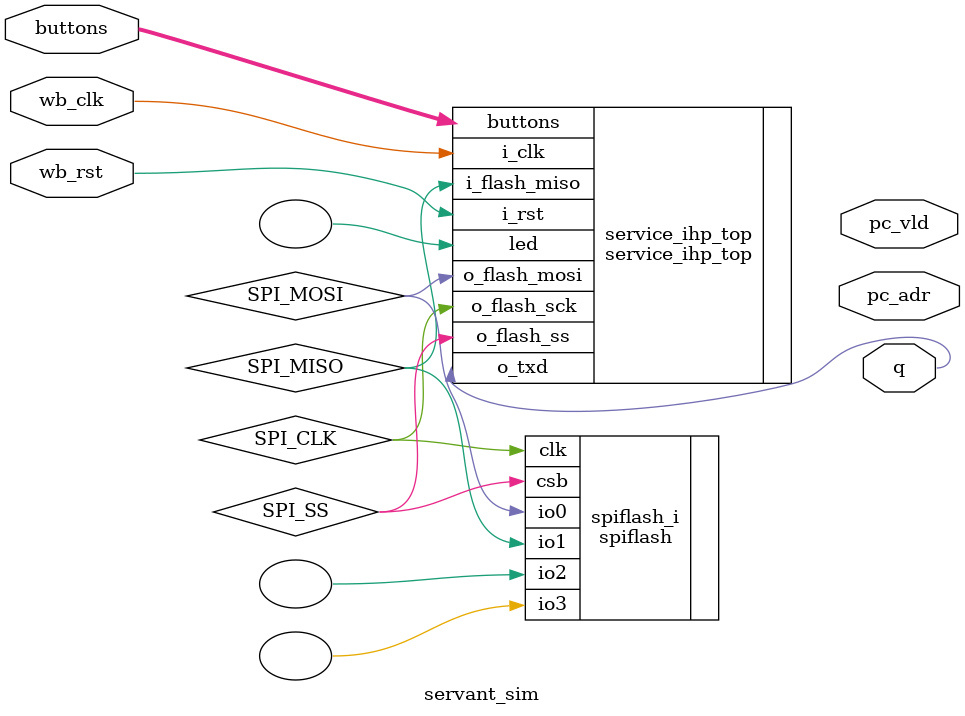
<source format=v>
`default_nettype none
module servant_sim
  (input wire	      wb_clk,
   input wire	      wb_rst,
   output wire [31:0] pc_adr,
   output wire	      pc_vld,
   output wire	      q,
   input wire [2:0] buttons);

   parameter memfile = "firmware/exe.hex";
   parameter memsize = 8192;
   parameter with_csr = 1;
   parameter compressed = 0;
   parameter align = compressed;
	
   /*
   reg [1023:0] firmware_file;
   initial
     if ($value$plusargs("firmware=%s", firmware_file)) begin
	$display("Loading RAM from %0s", firmware_file);
	$readmemh(firmware_file, dut.ram.mem);
     end
   */
	
	wire SPI_SS, SPI_MOSI, SPI_MISO, SPI_CLK;
	

   service_ihp_top
	`ifndef PSIM	
		   #(.SIM(1), .PLL("NONE"),
		   .memfile  (memfile),
		   .memsize  (memsize)
		  )
	`endif
   service_ihp_top (	        .i_clk(wb_clk),
				.i_rst(wb_rst),
				.led(),
				.buttons(buttons),
				.o_flash_ss(SPI_SS),
				.o_flash_sck(SPI_CLK),
				.o_flash_mosi(SPI_MOSI),
				.i_flash_miso(SPI_MISO),
				.o_txd(q)
			); 	

   // change con service interface

   //assign pc_adr = dut.wb_ibus_adr;
   //assign pc_vld = dut.wb_ibus_ack;

	spiflash spiflash_i(
	.csb(SPI_SS),
	.clk(SPI_CLK),
	.io0(SPI_MOSI), // MOSI
	.io1(SPI_MISO), // MISO
	.io2(),
	.io3()
);

endmodule


















</source>
